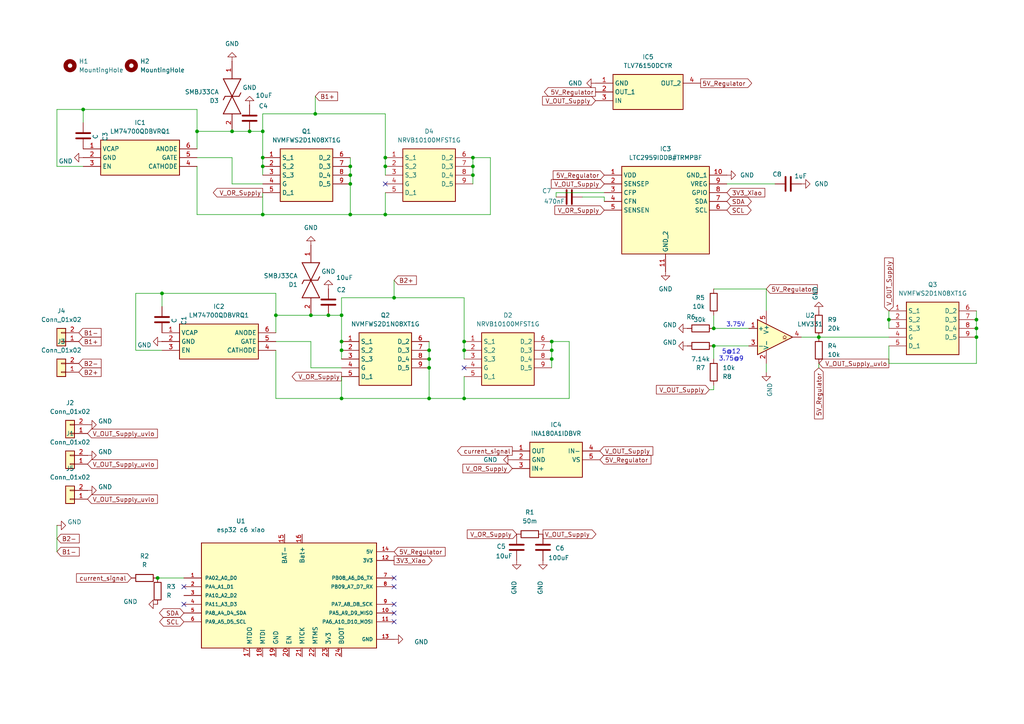
<source format=kicad_sch>
(kicad_sch (version 20231120) (generator "eeschema") (generator_version "8.0")
  (paper "A4")
  (lib_symbols
    (symbol "21xt_symbols:102010388" (pin_names (offset 1.016))
      (property "Reference" "U" (at -25.4 16.002 0))
      (property "Value" "102010388" (at -35.56 -17.78 0))
      (symbol "102010388_0_0"
        (rectangle (start -25.4 15.24) (end 25.4 -15.24) (stroke (width 0.254)) (fill (type background)))
        (pin bidirectional line (at -30.48 5.08 0) (length 5.08) (name "PA02_A0_D0") (number "1"))
        (pin bidirectional line (at 30.48 -5.08 180) (length 5.08) (name "PA5_A9_D9_MISO") (number "10"))
        (pin bidirectional line (at 30.48 -7.62 180) (length 5.08) (name "PA6_A10_D10_MOSI") (number "11"))
        (pin power_in line (at 30.48 10.16 180) (length 5.08) (name "3V3") (number "12"))
        (pin power_in line (at 30.48 -12.7 180) (length 5.08) (name "GND") (number "13"))
        (pin power_in line (at 30.48 12.7 180) (length 5.08) (name "5V") (number "14"))
        (pin bidirectional line (at -30.48 2.54 0) (length 5.08) (name "PA4_A1_D1") (number "2"))
        (pin bidirectional line (at -30.48 0 0) (length 5.08) (name "PA10_A2_D2") (number "3"))
        (pin bidirectional line (at -30.48 -2.54 0) (length 5.08) (name "PA11_A3_D3") (number "4"))
        (pin bidirectional line (at -30.48 -5.08 0) (length 5.08) (name "PA8_A4_D4_SDA") (number "5"))
        (pin bidirectional line (at -30.48 -7.62 0) (length 5.08) (name "PA9_A5_D5_SCL") (number "6"))
        (pin bidirectional line (at 30.48 5.08 180) (length 5.08) (name "PB08_A6_D6_TX") (number "7"))
        (pin bidirectional line (at 30.48 2.54 180) (length 5.08) (name "PB09_A7_D7_RX") (number "8"))
        (pin bidirectional line (at 30.48 -2.54 180) (length 5.08) (name "PA7_A8_D8_SCK") (number "9"))
      )
      (symbol "102010388_1_1"
        (pin bidirectional line (at -1.27 17.78 270) (length 2.54) (name "BAT-") (number "15"))
        (pin bidirectional line (at 3.81 17.78 270) (length 2.54) (name "Bat+") (number "16"))
        (pin bidirectional line (at -11.43 -17.78 90) (length 2.54) (name "MTDO") (number "17"))
        (pin bidirectional line (at -7.62 -17.78 90) (length 2.54) (name "MTDI") (number "18"))
        (pin bidirectional line (at -3.81 -17.78 90) (length 2.54) (name "GND") (number "19"))
        (pin bidirectional line (at 0 -17.78 90) (length 2.54) (name "EN") (number "20"))
        (pin bidirectional line (at 3.81 -17.78 90) (length 2.54) (name "MTCK") (number "21"))
        (pin bidirectional line (at 7.62 -17.78 90) (length 2.54) (name "MTMS") (number "22"))
        (pin bidirectional line (at 11.43 -17.78 90) (length 2.54) (name "3v3") (number "23"))
        (pin bidirectional line (at 15.24 -17.78 90) (length 2.54) (name "BOOT") (number "24"))
      )
    )
    (symbol "21xt_symbols:INA180A1IDBVR"
      (property "Reference" "IC" (at 21.59 7.62 0))
      (property "Value" "INA180A1IDBVR" (at 21.59 5.08 0))
      (symbol "INA180A1IDBVR_1_1"
        (rectangle (start 5.08 2.54) (end 20.32 -7.62) (stroke (width 0.254)) (fill (type background)))
        (pin passive line (at 0 0 0) (length 5.08) (name "OUT") (number "1"))
        (pin passive line (at 0 -2.54 0) (length 5.08) (name "GND") (number "2"))
        (pin passive line (at 0 -5.08 0) (length 5.08) (name "IN+") (number "3"))
        (pin passive line (at 25.4 0 180) (length 5.08) (name "IN-") (number "4"))
        (pin passive line (at 25.4 -2.54 180) (length 5.08) (name "VS") (number "5"))
      )
    )
    (symbol "21xt_symbols:LM74700QDBVRQ1"
      (property "Reference" "IC" (at 29.21 7.62 0))
      (property "Value" "LM74700QDBVRQ1" (at 29.21 5.08 0))
      (symbol "LM74700QDBVRQ1_1_1"
        (rectangle (start 5.08 2.54) (end 27.94 -7.62) (stroke (width 0.254)) (fill (type background)))
        (pin passive line (at 0 0 0) (length 5.08) (name "VCAP") (number "1"))
        (pin passive line (at 0 -2.54 0) (length 5.08) (name "GND") (number "2"))
        (pin passive line (at 0 -5.08 0) (length 5.08) (name "EN") (number "3"))
        (pin passive line (at 33.02 -5.08 180) (length 5.08) (name "CATHODE") (number "4"))
        (pin passive line (at 33.02 -2.54 180) (length 5.08) (name "GATE") (number "5"))
        (pin passive line (at 33.02 0 180) (length 5.08) (name "ANODE") (number "6"))
      )
    )
    (symbol "21xt_symbols:LTC2959IDDB#TRMPBF"
      (property "Reference" "IC" (at 31.75 7.62 0))
      (property "Value" "LTC2959IDDB#TRMPBF" (at 31.75 5.08 0))
      (symbol "LTC2959IDDB#TRMPBF_1_1"
        (rectangle (start 5.08 2.54) (end 30.48 -22.86) (stroke (width 0.254)) (fill (type background)))
        (pin passive line (at 0 0 0) (length 5.08) (name "VDD") (number "1"))
        (pin passive line (at 35.56 0 180) (length 5.08) (name "GND_1") (number "10"))
        (pin passive line (at 17.78 -27.94 90) (length 5.08) (name "GND_2") (number "11"))
        (pin passive line (at 0 -2.54 0) (length 5.08) (name "SENSEP") (number "2"))
        (pin passive line (at 0 -5.08 0) (length 5.08) (name "CFP") (number "3"))
        (pin passive line (at 0 -7.62 0) (length 5.08) (name "CFN") (number "4"))
        (pin passive line (at 0 -10.16 0) (length 5.08) (name "SENSEN") (number "5"))
        (pin passive line (at 35.56 -10.16 180) (length 5.08) (name "SCL") (number "6"))
        (pin passive line (at 35.56 -7.62 180) (length 5.08) (name "SDA") (number "7"))
        (pin passive line (at 35.56 -5.08 180) (length 5.08) (name "GPIO") (number "8"))
        (pin passive line (at 35.56 -2.54 180) (length 5.08) (name "VREG") (number "9"))
      )
    )
    (symbol "21xt_symbols:NRVB10100MFST1G"
      (property "Reference" "D" (at 21.59 7.62 0))
      (property "Value" "NRVB10100MFST1G" (at 21.59 5.08 0))
      (symbol "NRVB10100MFST1G_1_1"
        (rectangle (start 5.08 2.54) (end 20.32 -12.7) (stroke (width 0.254)) (fill (type background)))
        (pin passive line (at 0 0 0) (length 5.08) (name "S_1") (number "1"))
        (pin passive line (at 0 -2.54 0) (length 5.08) (name "S_2") (number "2"))
        (pin passive line (at 0 -5.08 0) (length 5.08) (name "S_3") (number "3"))
        (pin passive line (at 0 -7.62 0) (length 5.08) (name "G") (number "4"))
        (pin passive line (at 0 -10.16 0) (length 5.08) (name "D_1") (number "5"))
        (pin passive line (at 25.4 0 180) (length 5.08) (name "D_2") (number "6"))
        (pin passive line (at 25.4 -2.54 180) (length 5.08) (name "D_3") (number "7"))
        (pin passive line (at 25.4 -5.08 180) (length 5.08) (name "D_4") (number "8"))
        (pin passive line (at 25.4 -7.62 180) (length 5.08) (name "D_5") (number "9"))
      )
    )
    (symbol "21xt_symbols:NVMFWS2D1N08XT1G"
      (property "Reference" "Q" (at 21.59 7.62 0))
      (property "Value" "NVMFWS2D1N08XT1G" (at 21.59 5.08 0))
      (symbol "NVMFWS2D1N08XT1G_1_1"
        (rectangle (start 5.08 2.54) (end 20.32 -12.7) (stroke (width 0.254)) (fill (type background)))
        (pin passive line (at 0 0 0) (length 5.08) (name "S_1") (number "1"))
        (pin passive line (at 0 -2.54 0) (length 5.08) (name "S_2") (number "2"))
        (pin passive line (at 0 -5.08 0) (length 5.08) (name "S_3") (number "3"))
        (pin passive line (at 0 -7.62 0) (length 5.08) (name "G") (number "4"))
        (pin passive line (at 0 -10.16 0) (length 5.08) (name "D_1") (number "5"))
        (pin passive line (at 25.4 0 180) (length 5.08) (name "D_2") (number "6"))
        (pin passive line (at 25.4 -2.54 180) (length 5.08) (name "D_3") (number "7"))
        (pin passive line (at 25.4 -5.08 180) (length 5.08) (name "D_4") (number "8"))
        (pin passive line (at 25.4 -7.62 180) (length 5.08) (name "D_5") (number "9"))
      )
    )
    (symbol "21xt_symbols:SMBJ33CA" (pin_names hide)
      (property "Reference" "D" (at 12.7 8.89 0))
      (property "Value" "SMBJ33CA" (at 12.7 6.35 0))
      (symbol "SMBJ33CA_1_1"
        (polyline (pts (xy 5.08 2.54) (xy 5.08 -2.54)) (stroke (width 0.254)))
        (polyline (pts (xy 5.08 2.54) (xy 10.16 0)) (stroke (width 0.254)))
        (polyline (pts (xy 9.144 2.54) (xy 10.16 2.032)) (stroke (width 0.254)))
        (polyline (pts (xy 10.16 -2.032) (xy 10.16 2.032)) (stroke (width 0.254)))
        (polyline (pts (xy 10.16 -2.032) (xy 11.176 -2.54)) (stroke (width 0.254)))
        (polyline (pts (xy 10.16 0) (xy 5.08 -2.54)) (stroke (width 0.254)))
        (polyline (pts (xy 10.16 0) (xy 15.24 -2.54)) (stroke (width 0.254)))
        (polyline (pts (xy 15.24 2.54) (xy 10.16 0)) (stroke (width 0.254)))
        (polyline (pts (xy 15.24 2.54) (xy 15.24 -2.54)) (stroke (width 0.254)))
        (pin passive line (at 0 0 0) (length 5.08) (name "1") (number "1"))
        (pin passive line (at 20.32 0 180) (length 5.08) (name "2") (number "2"))
      )
    )
    (symbol "21xt_symbols:TLV76150DCYR"
      (property "Reference" "IC" (at 26.67 7.62 0))
      (property "Value" "TLV76150DCYR" (at 26.67 5.08 0))
      (symbol "TLV76150DCYR_1_1"
        (rectangle (start 5.08 2.54) (end 25.4 -7.62) (stroke (width 0.254)) (fill (type background)))
        (pin passive line (at 0 0 0) (length 5.08) (name "GND") (number "1"))
        (pin passive line (at 0 -2.54 0) (length 5.08) (name "OUT_1") (number "2"))
        (pin passive line (at 0 -5.08 0) (length 5.08) (name "IN") (number "3"))
        (pin passive line (at 30.48 0 180) (length 5.08) (name "OUT_2") (number "4"))
      )
    )
    (symbol "Comparator:LMV331" (pin_names (offset 0.127))
      (property "Reference" "U" (at 1.27 5.08 0))
      (property "Value" "LMV331" (at 3.81 -5.08 0))
      (symbol "LMV331_0_1"
        (polyline (pts (xy -5.08 5.08) (xy 5.08 0) (xy -5.08 -5.08) (xy -5.08 5.08)) (stroke (width 0.254)) (fill (type background)))
        (polyline (pts (xy 3.302 -0.508) (xy 2.794 -0.508) (xy 3.302 0) (xy 2.794 0.508) (xy 2.286 0) (xy 2.794 -0.508) (xy 2.286 -0.508)) (stroke (width 0.127)))
      )
      (symbol "LMV331_1_1"
        (pin input line (at -7.62 2.54 0) (length 2.54) (name "+") (number "1"))
        (pin power_in line (at -2.54 -7.62 90) (length 3.81) (name "V-") (number "2"))
        (pin input line (at -7.62 -2.54 0) (length 2.54) (name "-") (number "3"))
        (pin open_collector line (at 7.62 0 180) (length 2.54) (name "~") (number "4"))
        (pin power_in line (at -2.54 7.62 270) (length 3.81) (name "V+") (number "5"))
      )
    )
    (symbol "Connector_Generic:Conn_01x02" (pin_names (offset 1.016) hide)
      (property "Reference" "J" (at 0 2.54 0))
      (property "Value" "Conn_01x02" (at 0 -5.08 0))
      (symbol "Conn_01x02_1_1"
        (rectangle (start -1.27 -2.413) (end 0 -2.667) (stroke (width 0.1524)))
        (rectangle (start -1.27 0.127) (end 0 -0.127) (stroke (width 0.1524)))
        (rectangle (start -1.27 1.27) (end 1.27 -3.81) (stroke (width 0.254)) (fill (type background)))
        (pin passive line (at -5.08 0 0) (length 3.81) (name "Pin_1") (number "1"))
        (pin passive line (at -5.08 -2.54 0) (length 3.81) (name "Pin_2") (number "2"))
      )
    )
    (symbol "Device:C" (pin_numbers hide) (pin_names (offset 0.254))
      (property "Reference" "C" (at 0.635 2.54 0))
      (property "Value" "C" (at 0.635 -2.54 0))
      (symbol "C_0_1"
        (polyline (pts (xy -2.032 -0.762) (xy 2.032 -0.762)) (stroke (width 0.508)))
        (polyline (pts (xy -2.032 0.762) (xy 2.032 0.762)) (stroke (width 0.508)))
      )
      (symbol "C_1_1"
        (pin passive line (at 0 3.81 270) (length 2.794) (name "~") (number "1"))
        (pin passive line (at 0 -3.81 90) (length 2.794) (name "~") (number "2"))
      )
    )
    (symbol "Device:R" (pin_numbers hide) (pin_names (offset 0))
      (property "Reference" "R" (at 2.032 0 90))
      (property "Value" "R" (at 0 0 90))
      (symbol "R_0_1"
        (rectangle (start -1.016 -2.54) (end 1.016 2.54) (stroke (width 0.254)))
      )
      (symbol "R_1_1"
        (pin passive line (at 0 3.81 270) (length 1.27) (name "~") (number "1"))
        (pin passive line (at 0 -3.81 90) (length 1.27) (name "~") (number "2"))
      )
    )
    (symbol "Mechanical:MountingHole" (pin_names (offset 1.016)) (exclude_from_sim yes) (in_bom no)
      (property "Reference" "H" (at 0 5.08 0))
      (property "Value" "MountingHole" (at 0 3.175 0))
      (symbol "MountingHole_0_1"
        (circle (center 0 0) (radius 1.27) (stroke (width 1.27)))
      )
    )
    (symbol "power:GND" (power) (pin_numbers hide) (pin_names (offset 0) hide)
      (property "Value" "GND" (at 0 -3.81 0))
      (symbol "GND_0_1"
        (polyline (pts (xy 0 0) (xy 0 -1.27) (xy 1.27 -1.27) (xy 0 -2.54) (xy -1.27 -1.27) (xy 0 -1.27)))
      )
      (symbol "GND_1_1"
        (pin power_in line (at 0 0 270) (length 0) (name "~") (number "1"))
      )
    )
  )
  (junction (at 101.6 62.23))
  (junction (at 46.99 85.09))
  (junction (at 114.3 86.36))
  (junction (at 99.06 101.6))
  (junction (at 99.06 115.57))
  (junction (at 283.21 95.25))
  (junction (at 134.62 99.06))
  (junction (at 80.01 91.44))
  (junction (at 99.06 99.06))
  (junction (at 160.02 104.14))
  (junction (at 207.01 100.33))
  (junction (at 257.81 92.71))
  (junction (at 76.2 45.72))
  (junction (at 76.2 62.23))
  (junction (at 95.25 91.44))
  (junction (at 207.01 95.25))
  (junction (at 111.76 45.72))
  (junction (at 283.21 92.71))
  (junction (at 111.76 48.26))
  (junction (at 67.31 38.1))
  (junction (at 101.6 53.34))
  (junction (at 45.72 167.64))
  (junction (at 124.46 106.68))
  (junction (at 24.13 31.75))
  (junction (at 124.46 115.57))
  (junction (at 99.06 91.44))
  (junction (at 160.02 101.6))
  (junction (at 124.46 104.14))
  (junction (at 111.76 62.23))
  (junction (at 134.62 101.6))
  (junction (at 237.49 97.79))
  (junction (at 76.2 48.26))
  (junction (at 137.16 50.8))
  (junction (at 91.44 33.02))
  (junction (at 76.2 38.1))
  (junction (at 124.46 101.6))
  (junction (at 101.6 48.26))
  (junction (at 57.15 38.1))
  (junction (at 283.21 97.79))
  (junction (at 72.39 38.1))
  (junction (at 137.16 48.26))
  (junction (at 137.16 45.72))
  (junction (at 101.6 50.8))
  (junction (at 90.17 91.44))
  (junction (at 160.02 99.06))
  (junction (at 134.62 115.57))
  (no_connect (at 114.3 167.64))
  (no_connect (at 114.3 177.8))
  (no_connect (at 134.62 106.68))
  (no_connect (at 114.3 180.34))
  (no_connect (at 114.3 170.18))
  (no_connect (at 53.34 175.26))
  (no_connect (at 53.34 170.18))
  (no_connect (at 114.3 175.26))
  (no_connect (at 111.76 53.34))
  (wire (pts (xy 237.49 97.79) (xy 257.81 97.79)))
  (wire (pts (xy 111.76 62.23) (xy 111.76 55.88)))
  (wire (pts (xy 134.62 115.57) (xy 134.62 109.22)))
  (wire (pts (xy 67.31 38.1) (xy 72.39 38.1)))
  (wire (pts (xy 80.01 91.44) (xy 80.01 96.52)))
  (wire (pts (xy 114.3 81.28) (xy 114.3 86.36)))
  (wire (pts (xy 101.6 53.34) (xy 101.6 62.23)))
  (wire (pts (xy 57.15 31.75) (xy 24.13 31.75)))
  (wire (pts (xy 283.21 97.79) (xy 283.21 95.25)))
  (wire (pts (xy 57.15 31.75) (xy 57.15 38.1)))
  (wire (pts (xy 80.01 115.57) (xy 99.06 115.57)))
  (wire (pts (xy 237.49 105.41) (xy 237.49 106.68)))
  (wire (pts (xy 175.26 57.15) (xy 175.26 58.42)))
  (wire (pts (xy 124.46 106.68) (xy 124.46 115.57)))
  (wire (pts (xy 57.15 62.23) (xy 76.2 62.23)))
  (wire (pts (xy 90.17 91.44) (xy 95.25 91.44)))
  (wire (pts (xy 76.2 45.72) (xy 76.2 48.26)))
  (wire (pts (xy 57.15 45.72) (xy 67.31 45.72)))
  (wire (pts (xy 134.62 115.57) (xy 165.1 115.57)))
  (wire (pts (xy 165.1 99.06) (xy 160.02 99.06)))
  (wire (pts (xy 76.2 48.26) (xy 76.2 50.8)))
  (wire (pts (xy 114.3 86.36) (xy 134.62 86.36)))
  (wire (pts (xy 142.24 45.72) (xy 137.16 45.72)))
  (wire (pts (xy 165.1 115.57) (xy 165.1 99.06)))
  (wire (pts (xy 111.76 62.23) (xy 142.24 62.23)))
  (wire (pts (xy 80.01 85.09) (xy 80.01 91.44)))
  (wire (pts (xy 207.01 100.33) (xy 217.17 100.33)))
  (wire (pts (xy 90.17 99.06) (xy 90.17 106.68)))
  (wire (pts (xy 207.01 83.82) (xy 222.25 83.82)))
  (wire (pts (xy 99.06 109.22) (xy 99.06 115.57)))
  (wire (pts (xy 90.17 106.68) (xy 99.06 106.68)))
  (wire (pts (xy 137.16 50.8) (xy 137.16 53.34)))
  (wire (pts (xy 160.02 104.14) (xy 160.02 106.68)))
  (wire (pts (xy 257.81 105.41) (xy 283.21 105.41)))
  (wire (pts (xy 99.06 86.36) (xy 114.3 86.36)))
  (wire (pts (xy 205.74 113.03) (xy 207.01 113.03)))
  (wire (pts (xy 57.15 48.26) (xy 57.15 62.23)))
  (wire (pts (xy 67.31 38.1) (xy 57.15 38.1)))
  (wire (pts (xy 207.01 104.14) (xy 207.01 100.33)))
  (wire (pts (xy 76.2 38.1) (xy 76.2 45.72)))
  (wire (pts (xy 210.82 53.34) (xy 224.79 53.34)))
  (wire (pts (xy 99.06 99.06) (xy 99.06 101.6)))
  (wire (pts (xy 16.51 152.4) (xy 16.51 160.02)))
  (wire (pts (xy 99.06 115.57) (xy 124.46 115.57)))
  (wire (pts (xy 99.06 101.6) (xy 99.06 104.14)))
  (wire (pts (xy 207.01 113.03) (xy 207.01 111.76)))
  (wire (pts (xy 161.29 57.15) (xy 161.29 55.88)))
  (wire (pts (xy 76.2 38.1) (xy 72.39 38.1)))
  (wire (pts (xy 134.62 101.6) (xy 134.62 104.14)))
  (wire (pts (xy 101.6 45.72) (xy 101.6 48.26)))
  (wire (pts (xy 67.31 45.72) (xy 67.31 53.34)))
  (wire (pts (xy 137.16 45.72) (xy 137.16 48.26)))
  (wire (pts (xy 67.31 53.34) (xy 76.2 53.34)))
  (wire (pts (xy 111.76 45.72) (xy 111.76 48.26)))
  (wire (pts (xy 99.06 91.44) (xy 99.06 99.06)))
  (wire (pts (xy 45.72 167.64) (xy 53.34 167.64)))
  (wire (pts (xy 76.2 62.23) (xy 101.6 62.23)))
  (wire (pts (xy 160.02 99.06) (xy 160.02 101.6)))
  (wire (pts (xy 99.06 91.44) (xy 99.06 86.36)))
  (wire (pts (xy 90.17 91.44) (xy 80.01 91.44)))
  (wire (pts (xy 46.99 85.09) (xy 39.37 85.09)))
  (wire (pts (xy 207.01 95.25) (xy 217.17 95.25)))
  (wire (pts (xy 16.51 31.75) (xy 16.51 48.26)))
  (wire (pts (xy 91.44 27.94) (xy 91.44 33.02)))
  (wire (pts (xy 76.2 55.88) (xy 76.2 62.23)))
  (wire (pts (xy 111.76 33.02) (xy 111.76 45.72)))
  (wire (pts (xy 124.46 99.06) (xy 124.46 101.6)))
  (wire (pts (xy 207.01 91.44) (xy 207.01 95.25)))
  (wire (pts (xy 111.76 48.26) (xy 111.76 50.8)))
  (wire (pts (xy 76.2 38.1) (xy 76.2 33.02)))
  (wire (pts (xy 232.41 97.79) (xy 237.49 97.79)))
  (wire (pts (xy 57.15 38.1) (xy 57.15 43.18)))
  (wire (pts (xy 99.06 91.44) (xy 95.25 91.44)))
  (wire (pts (xy 101.6 50.8) (xy 101.6 53.34)))
  (wire (pts (xy 101.6 62.23) (xy 111.76 62.23)))
  (wire (pts (xy 46.99 85.09) (xy 46.99 88.9)))
  (wire (pts (xy 80.01 85.09) (xy 46.99 85.09)))
  (wire (pts (xy 134.62 99.06) (xy 134.62 101.6)))
  (wire (pts (xy 124.46 101.6) (xy 124.46 104.14)))
  (wire (pts (xy 39.37 101.6) (xy 46.99 101.6)))
  (wire (pts (xy 91.44 33.02) (xy 111.76 33.02)))
  (wire (pts (xy 16.51 48.26) (xy 24.13 48.26)))
  (wire (pts (xy 124.46 104.14) (xy 124.46 106.68)))
  (wire (pts (xy 160.02 101.6) (xy 160.02 104.14)))
  (wire (pts (xy 80.01 99.06) (xy 90.17 99.06)))
  (wire (pts (xy 39.37 85.09) (xy 39.37 101.6)))
  (wire (pts (xy 137.16 48.26) (xy 137.16 50.8)))
  (wire (pts (xy 283.21 95.25) (xy 283.21 92.71)))
  (wire (pts (xy 257.81 90.17) (xy 257.81 92.71)))
  (wire (pts (xy 24.13 31.75) (xy 24.13 35.56)))
  (wire (pts (xy 222.25 107.95) (xy 222.25 105.41)))
  (wire (pts (xy 257.81 92.71) (xy 257.81 95.25)))
  (wire (pts (xy 257.81 100.33) (xy 257.81 105.41)))
  (wire (pts (xy 76.2 33.02) (xy 91.44 33.02)))
  (wire (pts (xy 101.6 48.26) (xy 101.6 50.8)))
  (wire (pts (xy 283.21 105.41) (xy 283.21 97.79)))
  (wire (pts (xy 283.21 92.71) (xy 283.21 90.17)))
  (wire (pts (xy 80.01 101.6) (xy 80.01 115.57)))
  (wire (pts (xy 222.25 83.82) (xy 222.25 90.17)))
  (wire (pts (xy 134.62 86.36) (xy 134.62 99.06)))
  (wire (pts (xy 24.13 31.75) (xy 16.51 31.75)))
  (wire (pts (xy 161.29 55.88) (xy 175.26 55.88)))
  (wire (pts (xy 168.91 57.15) (xy 175.26 57.15)))
  (wire (pts (xy 142.24 62.23) (xy 142.24 45.72)))
  (wire (pts (xy 124.46 115.57) (xy 134.62 115.57)))
  (text "5@12\n3.75@9" (at 212.09 103.124 0) (effects (font (size 1.27 1.27))))
  (text "3.75V" (at 213.36 94.234 0) (effects (font (size 1.27 1.27))))
  (global_label "5V_Regulator" (shape input) (at 173.99 133.35 0) (property "Intersheetrefs" "${INTERSHEET_REFS}" (effects (hide yes))))
  (global_label "B2-" (shape input) (at 22.86 105.41 0) (property "Intersheetrefs" "${INTERSHEET_REFS}" (effects (hide yes))))
  (global_label "V_OR_Supply" (shape input) (at 149.86 154.94 180) (property "Intersheetrefs" "${INTERSHEET_REFS}" (effects (hide yes))))
  (global_label "SCL" (shape bidirectional) (at 53.34 180.34 180) (property "Intersheetrefs" "${INTERSHEET_REFS}" (effects (hide yes))))
  (global_label "V_OUT_Supply_uvlo" (shape input) (at 25.4 134.62 0) (property "Intersheetrefs" "${INTERSHEET_REFS}" (effects (hide yes))))
  (global_label "V_OUT_Supply" (shape input) (at 173.99 130.81 0) (property "Intersheetrefs" "${INTERSHEET_REFS}" (effects (hide yes))))
  (global_label "B1+" (shape input) (at 22.86 99.06 0) (property "Intersheetrefs" "${INTERSHEET_REFS}" (effects (hide yes))))
  (global_label "V_OUT_Supply_uvlo" (shape input) (at 25.4 125.73 0) (property "Intersheetrefs" "${INTERSHEET_REFS}" (effects (hide yes))))
  (global_label "V_OR_Supply" (shape output) (at 99.06 109.22 180) (property "Intersheetrefs" "${INTERSHEET_REFS}" (effects (hide yes))))
  (global_label "5V_Regulator" (shape input) (at 175.26 50.8 180) (property "Intersheetrefs" "${INTERSHEET_REFS}" (effects (hide yes))))
  (global_label "V_OUT_Supply_uvlo" (shape input) (at 25.4 144.78 0) (property "Intersheetrefs" "${INTERSHEET_REFS}" (effects (hide yes))))
  (global_label "B1-" (shape input) (at 22.86 96.52 0) (property "Intersheetrefs" "${INTERSHEET_REFS}" (effects (hide yes))))
  (global_label "current_signal" (shape input) (at 38.1 167.64 180) (property "Intersheetrefs" "${INTERSHEET_REFS}" (effects (hide yes))))
  (global_label "V_OR_Supply" (shape input) (at 148.59 135.89 180) (property "Intersheetrefs" "${INTERSHEET_REFS}" (effects (hide yes))))
  (global_label "SDA" (shape bidirectional) (at 53.34 177.8 180) (property "Intersheetrefs" "${INTERSHEET_REFS}" (effects (hide yes))))
  (global_label "5V_Regulator" (shape output) (at 203.2 24.13 0) (property "Intersheetrefs" "${INTERSHEET_REFS}" (effects (hide yes))))
  (global_label "current_signal" (shape output) (at 148.59 130.81 180) (property "Intersheetrefs" "${INTERSHEET_REFS}" (effects (hide yes))))
  (global_label "3V3_Xiao" (shape output) (at 114.3 162.56 0) (property "Intersheetrefs" "${INTERSHEET_REFS}" (effects (hide yes))))
  (global_label "V_OUT_Supply" (shape input) (at 257.81 90.17 90) (property "Intersheetrefs" "${INTERSHEET_REFS}" (effects (hide yes))))
  (global_label "5V_Regulator" (shape input) (at 114.3 160.02 0) (property "Intersheetrefs" "${INTERSHEET_REFS}" (effects (hide yes))))
  (global_label "5V_Regulator" (shape input) (at 237.49 106.68 270) (property "Intersheetrefs" "${INTERSHEET_REFS}" (effects (hide yes))))
  (global_label "B1-" (shape input) (at 16.51 160.02 0) (property "Intersheetrefs" "${INTERSHEET_REFS}" (effects (hide yes))))
  (global_label "3V3_Xiao" (shape input) (at 210.82 55.88 0) (property "Intersheetrefs" "${INTERSHEET_REFS}" (effects (hide yes))))
  (global_label "SDA" (shape bidirectional) (at 210.82 58.42 0) (property "Intersheetrefs" "${INTERSHEET_REFS}" (effects (hide yes))))
  (global_label "V_OR_Supply" (shape output) (at 76.2 55.88 180) (property "Intersheetrefs" "${INTERSHEET_REFS}" (effects (hide yes))))
  (global_label "B1+" (shape input) (at 91.44 27.94 0) (property "Intersheetrefs" "${INTERSHEET_REFS}" (effects (hide yes))))
  (global_label "5V_Regulator" (shape output) (at 172.72 26.67 180) (property "Intersheetrefs" "${INTERSHEET_REFS}" (effects (hide yes))))
  (global_label "V_OUT_Supply_uvlo" (shape output) (at 257.81 105.41 180) (property "Intersheetrefs" "${INTERSHEET_REFS}" (effects (hide yes))))
  (global_label "V_OUT_Supply" (shape input) (at 205.74 113.03 180) (property "Intersheetrefs" "${INTERSHEET_REFS}" (effects (hide yes))))
  (global_label "B2-" (shape input) (at 16.51 156.21 0) (property "Intersheetrefs" "${INTERSHEET_REFS}" (effects (hide yes))))
  (global_label "5V_Regulator" (shape input) (at 222.25 83.82 0) (property "Intersheetrefs" "${INTERSHEET_REFS}" (effects (hide yes))))
  (global_label "V_OUT_Supply" (shape input) (at 175.26 53.34 180) (property "Intersheetrefs" "${INTERSHEET_REFS}" (effects (hide yes))))
  (global_label "V_OUT_Supply" (shape output) (at 157.48 154.94 0) (property "Intersheetrefs" "${INTERSHEET_REFS}" (effects (hide yes))))
  (global_label "B2+" (shape input) (at 22.86 107.95 0) (property "Intersheetrefs" "${INTERSHEET_REFS}" (effects (hide yes))))
  (global_label "B2+" (shape input) (at 114.3 81.28 0) (property "Intersheetrefs" "${INTERSHEET_REFS}" (effects (hide yes))))
  (global_label "V_OR_Supply" (shape input) (at 175.26 60.96 180) (property "Intersheetrefs" "${INTERSHEET_REFS}" (effects (hide yes))))
  (global_label "SCL" (shape bidirectional) (at 210.82 60.96 0) (property "Intersheetrefs" "${INTERSHEET_REFS}" (effects (hide yes))))
  (global_label "V_OUT_Supply" (shape input) (at 172.72 29.21 180) (property "Intersheetrefs" "${INTERSHEET_REFS}" (effects (hide yes))))
  (symbol (lib_id "Connector_Generic:Conn_01x02") (at 17.78 99.06 180) (unit 1)
    (property "Reference" "J4" (at 17.78 90.17 0))
    (property "Value" "Conn_01x02" (at 17.78 92.71 0))
    (property "Footprint" "21xt_footprints:Deans Connector Male" (effects (hide yes)))
    (property "Description" "Generic connector, single row, 01x02, script generated (kicad-library-utils/schlib/autogen/connector/)" (effects (hide yes)))
  )
  (symbol (lib_id "power:GND") (at 149.86 162.56 0) (unit 1)
    (property "Reference" "#PWR011" (effects (hide yes)))
    (property "Value" "GND" (at 149.098 168.402 90) (effects (justify right)))
    (property "Description" "Power symbol creates a global label with name \"GND\" , ground" (effects (hide yes)))
  )
  (symbol (lib_id "power:GND") (at 210.82 50.8 90) (unit 1)
    (property "Reference" "#PWR06" (effects (hide yes)))
    (property "Value" "GND" (at 214.63 50.7999 90) (effects (justify right)))
    (property "Description" "Power symbol creates a global label with name \"GND\" , ground" (effects (hide yes)))
  )
  (symbol (lib_id "Device:R") (at 207.01 87.63 0) (mirror x) (unit 1)
    (property "Reference" "R5" (at 204.47 86.3599 0) (effects (justify right)))
    (property "Value" "10k" (at 204.47 88.8999 0) (effects (justify right)))
    (property "Footprint" "Resistor_SMD:R_0402_1005Metric" (effects (hide yes)))
    (property "Description" "Resistor" (effects (hide yes)))
  )
  (symbol (lib_id "21xt_symbols:LM74700QDBVRQ1") (at 46.99 96.52 0) (unit 1)
    (property "Reference" "IC2" (at 63.5 88.9 0))
    (property "Value" "LM74700QDBVRQ1" (at 63.5 91.44 0))
    (property "Footprint" "21xt_footprints:LM74700QDBVRQ1" (effects (hide yes)))
    (property "Datasheet" "http://www.ti.com/lit/gpn/LM74700-Q1" (effects (hide yes)))
    (property "Description" "Low Iq, ideal diode controller" (effects (hide yes)))
    (property "Height" "1.45" (effects (hide yes)))
    (property "Mouser Part Number" "595-LM74700QDBVRQ1" (effects (hide yes)))
    (property "Mouser Price/Stock" "https://www.mouser.co.uk/ProductDetail/Texas-Instruments/LM74700QDBVRQ1?qs=j%252B1pi9TdxUYjAZhGV8eSkQ%3D%3D" (effects (hide yes)))
    (property "Manufacturer_Name" "Texas Instruments" (effects (hide yes)))
    (property "Manufacturer_Part_Number" "LM74700QDBVRQ1" (effects (hide yes)))
  )
  (symbol (lib_id "Device:C") (at 95.25 87.63 0) (unit 1)
    (property "Reference" "C2" (at 100.33 84.074 0) (effects (justify right)))
    (property "Value" "10uF" (at 102.362 80.518 0) (effects (justify right)))
    (property "Footprint" "Capacitor_SMD:C_0402_1005Metric" (effects (hide yes)))
    (property "Description" "Unpolarized capacitor" (effects (hide yes)))
  )
  (symbol (lib_id "Device:R") (at 153.67 154.94 90) (unit 1)
    (property "Reference" "R1" (at 153.67 148.59 90))
    (property "Value" "50m" (at 153.67 151.13 90))
    (property "Footprint" "hi:RESC_WSHM2818R0150FEA" (effects (hide yes)))
    (property "Description" "Resistor" (effects (hide yes)))
  )
  (symbol (lib_id "21xt_symbols:INA180A1IDBVR") (at 148.59 130.81 0) (unit 1)
    (property "Reference" "IC4" (at 161.29 123.19 0))
    (property "Value" "INA180A1IDBVR" (at 161.29 125.73 0))
    (property "Footprint" "21xt_footprints:INA180A1IDBVR" (effects (hide yes)))
    (property "Datasheet" "http://www.ti.com/general/docs/suppproductinfo.tsp?distId=10&gotoUrl=http%3A%2F%2Fwww.ti.com%2Flit%2Fgpn%2Fina180" (effects (hide yes)))
    (property "Description" "26-V, low-/high-side, voltage output current sense amplifier" (effects (hide yes)))
    (property "Height" "1.45" (effects (hide yes)))
    (property "Mouser Part Number" "595-INA180A1IDBVR" (effects (hide yes)))
    (property "Mouser Price/Stock" "https://www.mouser.co.uk/ProductDetail/Texas-Instruments/INA180A1IDBVR?qs=5aG0NVq1C4wnkaOukGk95A%3D%3D" (effects (hide yes)))
    (property "Manufacturer_Name" "Texas Instruments" (effects (hide yes)))
    (property "Manufacturer_Part_Number" "INA180A1IDBVR" (effects (hide yes)))
  )
  (symbol (lib_id "Device:C") (at 46.99 92.71 0) (unit 1)
    (property "Reference" "C1" (at 53.34 92.964 90))
    (property "Value" "C" (at 50.546 92.964 90))
    (property "Footprint" "Capacitor_SMD:C_0402_1005Metric" (effects (hide yes)))
    (property "Description" "Unpolarized capacitor" (effects (hide yes)))
  )
  (symbol (lib_id "Device:C") (at 72.39 34.29 0) (unit 1)
    (property "Reference" "C4" (at 77.724 30.734 0) (effects (justify right)))
    (property "Value" "10uF" (at 78.994 27.686 0) (effects (justify right)))
    (property "Footprint" "Capacitor_SMD:C_0402_1005Metric" (effects (hide yes)))
    (property "Description" "Unpolarized capacitor" (effects (hide yes)))
  )
  (symbol (lib_id "21xt_symbols:NVMFWS2D1N08XT1G") (at 257.81 90.17 0) (unit 1)
    (property "Reference" "Q3" (at 270.51 82.55 0))
    (property "Value" "NVMFWS2D1N08XT1G" (at 270.51 85.09 0))
    (property "Footprint" "21xt_footprints:NTMFWS1D5N08XT1G" (effects (hide yes)))
    (property "Datasheet" "https://www.onsemi.com/pub/Collateral/NVMFWS2D1N08X-D.PDF" (effects (hide yes)))
    (property "Description" "Small Footprint (5x6 mm); Low RDS(on); Low QG and Capacitance; NVMFWS1D5N08X  Wettable Flank Option; AECQ101 Qualified and PPAP Capable; RoHS Compliant" (effects (hide yes)))
    (property "Height" "1.1" (effects (hide yes)))
    (property "Mouser Part Number" "863-NVMFWS2D1N08XT1G" (effects (hide yes)))
    (property "Mouser Price/Stock" "https://www.mouser.co.uk/ProductDetail/onsemi/NVMFWS2D1N08XT1G?qs=i8QVZAFTkqTo%252BUrYrSSJBQ%3D%3D" (effects (hide yes)))
    (property "Manufacturer_Name" "onsemi" (effects (hide yes)))
    (property "Manufacturer_Part_Number" "NVMFWS2D1N08XT1G" (effects (hide yes)))
  )
  (symbol (lib_id "power:GND") (at 72.39 30.48 180) (unit 1)
    (property "Reference" "#PWR010" (effects (hide yes)))
    (property "Value" "GND" (at 72.39 25.4 0))
    (property "Description" "Power symbol creates a global label with name \"GND\" , ground" (effects (hide yes)))
  )
  (symbol (lib_id "power:GND") (at 199.39 95.25 270) (mirror x) (unit 1)
    (property "Reference" "#PWR020" (effects (hide yes)))
    (property "Value" "GND" (at 196.342 94.234 90) (effects (justify right)))
    (property "Description" "Power symbol creates a global label with name \"GND\" , ground" (effects (hide yes)))
  )
  (symbol (lib_id "Connector_Generic:Conn_01x02") (at 17.78 107.95 180) (unit 1)
    (property "Reference" "J3" (at 17.78 99.06 0))
    (property "Value" "Conn_01x02" (at 17.78 101.6 0))
    (property "Footprint" "21xt_footprints:Deans Connector Male" (effects (hide yes)))
    (property "Description" "Generic connector, single row, 01x02, script generated (kicad-library-utils/schlib/autogen/connector/)" (effects (hide yes)))
  )
  (symbol (lib_id "Device:C") (at 165.1 57.15 90) (unit 1)
    (property "Reference" "C7" (at 157.226 55.372 90) (effects (justify right)))
    (property "Value" "470nF" (at 157.734 58.42 90) (effects (justify right)))
    (property "Footprint" "Capacitor_SMD:C_0402_1005Metric" (effects (hide yes)))
    (property "Description" "Unpolarized capacitor" (effects (hide yes)))
  )
  (symbol (lib_id "Device:R") (at 203.2 95.25 90) (mirror x) (unit 1)
    (property "Reference" "R6" (at 200.406 91.948 90))
    (property "Value" "30k" (at 202.946 92.71 90))
    (property "Footprint" "Resistor_SMD:R_0402_1005Metric" (effects (hide yes)))
    (property "Description" "Resistor" (effects (hide yes)))
  )
  (symbol (lib_id "power:GND") (at 232.41 53.34 90) (unit 1)
    (property "Reference" "#PWR014" (effects (hide yes)))
    (property "Value" "GND" (at 236.22 53.3399 90) (effects (justify right)))
    (property "Description" "Power symbol creates a global label with name \"GND\" , ground" (effects (hide yes)))
  )
  (symbol (lib_id "power:GND") (at 172.72 24.13 270) (unit 1)
    (property "Reference" "#PWR08" (effects (hide yes)))
    (property "Value" "GND" (at 168.91 24.1299 90) (effects (justify right)))
    (property "Description" "Power symbol creates a global label with name \"GND\" , ground" (effects (hide yes)))
  )
  (symbol (lib_id "power:GND") (at 237.49 90.17 180) (unit 1)
    (property "Reference" "#PWR024" (effects (hide yes)))
    (property "Value" "GND" (at 236.474 87.122 90) (effects (justify right)))
    (property "Description" "Power symbol creates a global label with name \"GND\" , ground" (effects (hide yes)))
  )
  (symbol (lib_id "21xt_symbols:NRVB10100MFST1G") (at 111.76 45.72 0) (unit 1)
    (property "Reference" "D4" (at 124.46 38.1 0))
    (property "Value" "NRVB10100MFST1G" (at 124.46 40.64 0))
    (property "Footprint" "21xt_footprints:NRVTS10100EMFST1G" (effects (hide yes)))
    (property "Datasheet" "https://www.onsemi.com/pub/Collateral/MBR10100MFS-D.PDF" (effects (hide yes)))
    (property "Description" "Low Power Loss / High Efficiency; New Package Provides Capability of Inspection and Probe After Board Mounting; Guardring for Stress Protection; Low Forward Voltage Drop; 175C Operating Junction Temperature; Wettable Flacks Option Available; NRVB Prefix for Automotive and Other Applications Requiring Unique Site and Control Change Requirements; AECQ101 Qualified and PPAP Capable; These are PbFree Devices" (effects (hide yes)))
    (property "Height" "1.1" (effects (hide yes)))
    (property "Mouser Part Number" "863-NRVB10100MFST1G" (effects (hide yes)))
    (property "Mouser Price/Stock" "https://www.mouser.co.uk/ProductDetail/ON-Semiconductor/NRVB10100MFST1G?qs=l5F7KFZg3O4lNNhz0h6qOQ%3D%3D" (effects (hide yes)))
    (property "Manufacturer_Name" "onsemi" (effects (hide yes)))
    (property "Manufacturer_Part_Number" "NRVB10100MFST1G" (effects (hide yes)))
  )
  (symbol (lib_id "power:GND") (at 95.25 83.82 180) (unit 1)
    (property "Reference" "#PWR09" (effects (hide yes)))
    (property "Value" "GND" (at 95.25 78.74 0))
    (property "Description" "Power symbol creates a global label with name \"GND\" , ground" (effects (hide yes)))
  )
  (symbol (lib_id "power:GND") (at 25.4 123.19 90) (unit 1)
    (property "Reference" "#PWR015" (effects (hide yes)))
    (property "Value" "GND" (at 28.448 122.174 90) (effects (justify right)))
    (property "Description" "Power symbol creates a global label with name \"GND\" , ground" (effects (hide yes)))
  )
  (symbol (lib_id "power:GND") (at 25.4 132.08 90) (unit 1)
    (property "Reference" "#PWR018" (effects (hide yes)))
    (property "Value" "GND" (at 28.448 131.064 90) (effects (justify right)))
    (property "Description" "Power symbol creates a global label with name \"GND\" , ground" (effects (hide yes)))
  )
  (symbol (lib_id "21xt_symbols:LTC2959IDDB#TRMPBF") (at 175.26 50.8 0) (unit 1)
    (property "Reference" "IC3" (at 193.04 43.18 0))
    (property "Value" "LTC2959IDDB#TRMPBF" (at 193.04 45.72 0))
    (property "Footprint" "21xt_footprints:LTC2959IDDB#TRMPBF" (effects (hide yes)))
    (property "Datasheet" "https://www.analog.com/LTC2959/datasheet" (effects (hide yes)))
    (property "Description" "Ultra-Low Power Battery Gas Gauge" (effects (hide yes)))
    (property "Height" "0.8" (effects (hide yes)))
    (property "Mouser Part Number" "584-LTC2959IDDBTRMPB" (effects (hide yes)))
    (property "Mouser Price/Stock" "https://www.mouser.co.uk/ProductDetail/Analog-Devices/LTC2959IDDBTRMPBF?qs=pUKx8fyJudDXTmMT1kM1kQ%3D%3D" (effects (hide yes)))
    (property "Manufacturer_Name" "Analog Devices" (effects (hide yes)))
    (property "Manufacturer_Part_Number" "LTC2959IDDB#TRMPBF" (effects (hide yes)))
  )
  (symbol (lib_id "Connector_Generic:Conn_01x02") (at 20.32 125.73 180) (unit 1)
    (property "Reference" "J2" (at 20.32 116.84 0))
    (property "Value" "Conn_01x02" (at 20.32 119.38 0))
    (property "Footprint" "21xt_footprints:Deans Connector Female" (effects (hide yes)))
    (property "Description" "Generic connector, single row, 01x02, script generated (kicad-library-utils/schlib/autogen/connector/)" (effects (hide yes)))
  )
  (symbol (lib_id "power:GND") (at 67.31 17.78 180) (unit 1)
    (property "Reference" "#PWR04" (effects (hide yes)))
    (property "Value" "GND" (at 67.31 12.7 0))
    (property "Description" "Power symbol creates a global label with name \"GND\" , ground" (effects (hide yes)))
  )
  (symbol (lib_id "Device:C") (at 228.6 53.34 90) (unit 1)
    (property "Reference" "C8" (at 224.028 50.546 90) (effects (justify right)))
    (property "Value" "1uF" (at 230.378 51.054 90) (effects (justify right)))
    (property "Footprint" "Capacitor_SMD:C_0402_1005Metric" (effects (hide yes)))
    (property "Description" "Unpolarized capacitor" (effects (hide yes)))
  )
  (symbol (lib_id "Mechanical:MountingHole") (at 20.32 19.05 0) (unit 1) (exclude_from_sim yes) (in_bom no)
    (property "Reference" "H1" (at 22.86 17.7799 0) (effects (justify left)))
    (property "Value" "MountingHole" (at 22.86 20.3199 0) (effects (justify left)))
    (property "Footprint" "MountingHole:MountingHole_3.2mm_M3" (effects (hide yes)))
    (property "Description" "Mounting Hole without connection" (effects (hide yes)))
  )
  (symbol (lib_id "Device:C") (at 24.13 39.37 0) (unit 1)
    (property "Reference" "C3" (at 30.48 39.624 90))
    (property "Value" "C" (at 27.686 39.624 90))
    (property "Footprint" "Capacitor_SMD:C_0402_1005Metric" (effects (hide yes)))
    (property "Description" "Unpolarized capacitor" (effects (hide yes)))
  )
  (symbol (lib_id "power:GND") (at 199.39 100.33 270) (mirror x) (unit 1)
    (property "Reference" "#PWR023" (effects (hide yes)))
    (property "Value" "GND" (at 196.342 99.314 90) (effects (justify right)))
    (property "Description" "Power symbol creates a global label with name \"GND\" , ground" (effects (hide yes)))
  )
  (symbol (lib_id "power:GND") (at 193.04 78.74 0) (unit 1)
    (property "Reference" "#PWR07" (effects (hide yes)))
    (property "Value" "GND" (at 193.04 83.82 0))
    (property "Description" "Power symbol creates a global label with name \"GND\" , ground" (effects (hide yes)))
  )
  (symbol (lib_id "21xt_symbols:SMBJ33CA") (at 67.31 17.78 270) (unit 1)
    (property "Reference" "D3" (at 63.5 29.2101 90) (effects (justify right)))
    (property "Value" "SMBJ33CA" (at 63.5 26.6701 90) (effects (justify right)))
    (property "Footprint" "21xt_footprints:SMBJ33CA" (effects (hide yes)))
    (property "Datasheet" "https://www.bourns.com/docs/Product-Datasheets/SMBJ.pdf" (effects (hide yes)))
    (property "Description" "ESD Suppressors / TVS Diodes 33volts 5uA 11.3 Amps Bi-Dir" (effects (hide yes)))
    (property "Height" "2.44" (effects (hide yes)))
    (property "Mouser Part Number" "652-SMBJ33CA" (effects (hide yes)))
    (property "Mouser Price/Stock" "https://www.mouser.co.uk/ProductDetail/Bourns/SMBJ33CA?qs=d7fLapxX37Gs5v3ODWwxUA%3D%3D" (effects (hide yes)))
    (property "Manufacturer_Name" "Bourns" (effects (hide yes)))
    (property "Manufacturer_Part_Number" "SMBJ33CA" (effects (hide yes)))
  )
  (symbol (lib_id "21xt_symbols:TLV76150DCYR") (at 172.72 24.13 0) (unit 1)
    (property "Reference" "IC5" (at 187.96 16.51 0))
    (property "Value" "TLV76150DCYR" (at 187.96 19.05 0))
    (property "Footprint" "21xt_footprints:TLV76150DCYR" (effects (hide yes)))
    (property "Datasheet" "https://www.ti.com/lit/ds/symlink/tlv761.pdf" (effects (hide yes)))
    (property "Description" "Linear Voltage Regulators 1-A 16-V high-PSRR linear voltage regulator" (effects (hide yes)))
    (property "Height" "1.8" (effects (hide yes)))
    (property "Mouser Part Number" "595-TLV76150DCYR" (effects (hide yes)))
    (property "Mouser Price/Stock" "https://www.mouser.co.uk/ProductDetail/Texas-Instruments/TLV76150DCYR?qs=Jm2GQyTW%2Fbii1Rd2R0M2bQ%3D%3D" (effects (hide yes)))
    (property "Manufacturer_Name" "Texas Instruments" (effects (hide yes)))
    (property "Manufacturer_Part_Number" "TLV76150DCYR" (effects (hide yes)))
  )
  (symbol (lib_id "power:GND") (at 148.59 133.35 270) (unit 1)
    (property "Reference" "#PWR05" (effects (hide yes)))
    (property "Value" "GND" (at 144.272 133.35 90) (effects (justify right)))
    (property "Description" "Power symbol creates a global label with name \"GND\" , ground" (effects (hide yes)))
  )
  (symbol (lib_id "Connector_Generic:Conn_01x02") (at 20.32 144.78 180) (unit 1)
    (property "Reference" "J5" (at 20.32 135.89 0))
    (property "Value" "Conn_01x02" (at 20.32 138.43 0))
    (property "Footprint" "21xt_footprints:Deans Connector Female" (effects (hide yes)))
    (property "Description" "Generic connector, single row, 01x02, script generated (kicad-library-utils/schlib/autogen/connector/)" (effects (hide yes)))
  )
  (symbol (lib_id "power:GND") (at 45.72 175.26 270) (unit 1)
    (property "Reference" "#PWR017" (effects (hide yes)))
    (property "Value" "GND" (at 39.878 174.498 90) (effects (justify right)))
    (property "Description" "Power symbol creates a global label with name \"GND\" , ground" (effects (hide yes)))
  )
  (symbol (lib_id "Device:R") (at 207.01 107.95 0) (mirror y) (unit 1)
    (property "Reference" "R8" (at 209.55 109.2201 0) (effects (justify right)))
    (property "Value" "10k" (at 209.55 106.6801 0) (effects (justify right)))
    (property "Footprint" "Resistor_SMD:R_0402_1005Metric" (effects (hide yes)))
    (property "Description" "Resistor" (effects (hide yes)))
  )
  (symbol (lib_id "21xt_symbols:SMBJ33CA") (at 90.17 71.12 270) (unit 1)
    (property "Reference" "D1" (at 86.36 82.5501 90) (effects (justify right)))
    (property "Value" "SMBJ33CA" (at 86.36 80.0101 90) (effects (justify right)))
    (property "Footprint" "21xt_footprints:SMBJ33CA" (effects (hide yes)))
    (property "Datasheet" "https://www.bourns.com/docs/Product-Datasheets/SMBJ.pdf" (effects (hide yes)))
    (property "Description" "ESD Suppressors / TVS Diodes 33volts 5uA 11.3 Amps Bi-Dir" (effects (hide yes)))
    (property "Height" "2.44" (effects (hide yes)))
    (property "Mouser Part Number" "652-SMBJ33CA" (effects (hide yes)))
    (property "Mouser Price/Stock" "https://www.mouser.co.uk/ProductDetail/Bourns/SMBJ33CA?qs=d7fLapxX37Gs5v3ODWwxUA%3D%3D" (effects (hide yes)))
    (property "Manufacturer_Name" "Bourns" (effects (hide yes)))
    (property "Manufacturer_Part_Number" "SMBJ33CA" (effects (hide yes)))
  )
  (symbol (lib_id "Device:R") (at 237.49 101.6 180) (unit 1)
    (property "Reference" "R4" (at 240.03 100.3299 0) (effects (justify right)))
    (property "Value" "10k" (at 240.03 102.8699 0) (effects (justify right)))
    (property "Footprint" "Resistor_SMD:R_0402_1005Metric" (effects (hide yes)))
    (property "Description" "Resistor" (effects (hide yes)))
  )
  (symbol (lib_id "21xt_symbols:NVMFWS2D1N08XT1G") (at 99.06 99.06 0) (unit 1)
    (property "Reference" "Q2" (at 111.76 91.44 0))
    (property "Value" "NVMFWS2D1N08XT1G" (at 111.76 93.98 0))
    (property "Footprint" "21xt_footprints:NTMFWS1D5N08XT1G" (effects (hide yes)))
    (property "Datasheet" "https://www.onsemi.com/pub/Collateral/NVMFWS2D1N08X-D.PDF" (effects (hide yes)))
    (property "Description" "Small Footprint (5x6 mm); Low RDS(on); Low QG and Capacitance; NVMFWS1D5N08X  Wettable Flank Option; AECQ101 Qualified and PPAP Capable; RoHS Compliant" (effects (hide yes)))
    (property "Height" "1.1" (effects (hide yes)))
    (property "Mouser Part Number" "863-NVMFWS2D1N08XT1G" (effects (hide yes)))
    (property "Mouser Price/Stock" "https://www.mouser.co.uk/ProductDetail/onsemi/NVMFWS2D1N08XT1G?qs=i8QVZAFTkqTo%252BUrYrSSJBQ%3D%3D" (effects (hide yes)))
    (property "Manufacturer_Name" "onsemi" (effects (hide yes)))
    (property "Manufacturer_Part_Number" "NVMFWS2D1N08XT1G" (effects (hide yes)))
  )
  (symbol (lib_id "Connector_Generic:Conn_01x02") (at 20.32 134.62 180) (unit 1)
    (property "Reference" "J1" (at 20.32 125.73 0))
    (property "Value" "Conn_01x02" (at 20.32 128.27 0))
    (property "Footprint" "21xt_footprints:Deans Connector Female" (effects (hide yes)))
    (property "Description" "Generic connector, single row, 01x02, script generated (kicad-library-utils/schlib/autogen/connector/)" (effects (hide yes)))
  )
  (symbol (lib_id "21xt_symbols:102010388") (at 83.82 172.72 0) (unit 1)
    (property "Reference" "U1" (at 69.85 151.13 0))
    (property "Value" "esp32 c6 xiao" (at 69.85 153.67 0))
    (property "Footprint" "21xt_footprints:esp32 c6 smt" (effects (hide yes)))
    (property "Description" "Seeeduino XIAO Development Board, Pre-Soldered [Seeed Studio] 102010388 Seeeduino XIAO Development Board, Pre-Soldered" (effects (hide yes)))
    (property "MF" "Seeed Technology Co., Ltd" (effects (hide yes)))
    (property "MAXIMUM_PACKAGE_HEIGHT" "N/A" (effects (hide yes)))
    (property "Package" "None" (effects (hide yes)))
    (property "Price" "None" (effects (hide yes)))
    (property "Check_prices" "https://www.snapeda.com/parts/102010388/Seeed+Studio/view-part/?ref=eda" (effects (hide yes)))
    (property "STANDARD" "Manufacturer Recommendations" (effects (hide yes)))
    (property "PARTREV" "N/A" (effects (hide yes)))
    (property "SnapEDA_Link" "https://www.snapeda.com/parts/102010388/Seeed+Studio/view-part/?ref=snap" (effects (hide yes)))
    (property "MP" "102010388" (effects (hide yes)))
    (property "MANUFACTURER" "Seeed Technology" (effects (hide yes)))
    (property "Availability" "In Stock" (effects (hide yes)))
    (property "SNAPEDA_PN" "102010388" (effects (hide yes)))
  )
  (symbol (lib_id "21xt_symbols:NRVB10100MFST1G") (at 134.62 99.06 0) (unit 1)
    (property "Reference" "D2" (at 147.32 91.44 0))
    (property "Value" "NRVB10100MFST1G" (at 147.32 93.98 0))
    (property "Footprint" "21xt_footprints:NRVTS10100EMFST1G" (effects (hide yes)))
    (property "Datasheet" "https://www.onsemi.com/pub/Collateral/MBR10100MFS-D.PDF" (effects (hide yes)))
    (property "Description" "Low Power Loss / High Efficiency; New Package Provides Capability of Inspection and Probe After Board Mounting; Guardring for Stress Protection; Low Forward Voltage Drop; 175C Operating Junction Temperature; Wettable Flacks Option Available; NRVB Prefix for Automotive and Other Applications Requiring Unique Site and Control Change Requirements; AECQ101 Qualified and PPAP Capable; These are PbFree Devices" (effects (hide yes)))
    (property "Height" "1.1" (effects (hide yes)))
    (property "Mouser Part Number" "863-NRVB10100MFST1G" (effects (hide yes)))
    (property "Mouser Price/Stock" "https://www.mouser.co.uk/ProductDetail/ON-Semiconductor/NRVB10100MFST1G?qs=l5F7KFZg3O4lNNhz0h6qOQ%3D%3D" (effects (hide yes)))
    (property "Manufacturer_Name" "onsemi" (effects (hide yes)))
    (property "Manufacturer_Part_Number" "NRVB10100MFST1G" (effects (hide yes)))
  )
  (symbol (lib_id "Comparator:LMV331") (at 224.79 97.79 0) (unit 1)
    (property "Reference" "U2" (at 234.95 91.4714 0))
    (property "Value" "LMV331" (at 234.95 94.0114 0))
    (property "Footprint" "Package_TO_SOT_SMD:SOT-23-5" (effects (hide yes)))
    (property "Datasheet" "http://www.ti.com/lit/ds/symlink/lmv331.pdf" (effects (hide yes)))
    (property "Description" "Single General-Purpose Low-Voltage Comparator, SOT-23-5/SC-70-5" (effects (hide yes)))
  )
  (symbol (lib_id "Device:C") (at 157.48 158.75 0) (unit 1)
    (property "Reference" "C6" (at 161.036 159.004 0) (effects (justify left)))
    (property "Value" "100uF" (at 159.004 161.798 0) (effects (justify left)))
    (property "Footprint" "Capacitor_SMD:C_0603_1608Metric" (effects (hide yes)))
    (property "Description" "Unpolarized capacitor" (effects (hide yes)))
  )
  (symbol (lib_id "power:GND") (at 222.25 107.95 0) (unit 1)
    (property "Reference" "#PWR021" (effects (hide yes)))
    (property "Value" "GND" (at 223.266 110.998 90) (effects (justify right)))
    (property "Description" "Power symbol creates a global label with name \"GND\" , ground" (effects (hide yes)))
  )
  (symbol (lib_id "power:GND") (at 114.3 185.42 90) (unit 1)
    (property "Reference" "#PWR013" (effects (hide yes)))
    (property "Value" "GND" (at 120.142 186.182 90) (effects (justify right)))
    (property "Description" "Power symbol creates a global label with name \"GND\" , ground" (effects (hide yes)))
  )
  (symbol (lib_id "21xt_symbols:LM74700QDBVRQ1") (at 24.13 43.18 0) (unit 1)
    (property "Reference" "IC1" (at 40.64 35.56 0))
    (property "Value" "LM74700QDBVRQ1" (at 40.64 38.1 0))
    (property "Footprint" "21xt_footprints:LM74700QDBVRQ1" (effects (hide yes)))
    (property "Datasheet" "http://www.ti.com/lit/gpn/LM74700-Q1" (effects (hide yes)))
    (property "Description" "Low Iq, ideal diode controller" (effects (hide yes)))
    (property "Height" "1.45" (effects (hide yes)))
    (property "Mouser Part Number" "595-LM74700QDBVRQ1" (effects (hide yes)))
    (property "Mouser Price/Stock" "https://www.mouser.co.uk/ProductDetail/Texas-Instruments/LM74700QDBVRQ1?qs=j%252B1pi9TdxUYjAZhGV8eSkQ%3D%3D" (effects (hide yes)))
    (property "Manufacturer_Name" "Texas Instruments" (effects (hide yes)))
    (property "Manufacturer_Part_Number" "LM74700QDBVRQ1" (effects (hide yes)))
  )
  (symbol (lib_id "Device:R") (at 203.2 100.33 90) (mirror x) (unit 1)
    (property "Reference" "R7" (at 203.2 106.68 90))
    (property "Value" "7.14k" (at 203.2 104.14 90))
    (property "Footprint" "Resistor_SMD:R_0402_1005Metric" (effects (hide yes)))
    (property "Description" "Resistor" (effects (hide yes)))
  )
  (symbol (lib_id "power:GND") (at 90.17 71.12 180) (unit 1)
    (property "Reference" "#PWR03" (effects (hide yes)))
    (property "Value" "GND" (at 90.17 66.04 0))
    (property "Description" "Power symbol creates a global label with name \"GND\" , ground" (effects (hide yes)))
  )
  (symbol (lib_id "21xt_symbols:NVMFWS2D1N08XT1G") (at 76.2 45.72 0) (unit 1)
    (property "Reference" "Q1" (at 88.9 38.1 0))
    (property "Value" "NVMFWS2D1N08XT1G" (at 88.9 40.64 0))
    (property "Footprint" "21xt_footprints:NTMFWS1D5N08XT1G" (effects (hide yes)))
    (property "Datasheet" "https://www.onsemi.com/pub/Collateral/NVMFWS2D1N08X-D.PDF" (effects (hide yes)))
    (property "Description" "Small Footprint (5x6 mm); Low RDS(on); Low QG and Capacitance; NVMFWS1D5N08X  Wettable Flank Option; AECQ101 Qualified and PPAP Capable; RoHS Compliant" (effects (hide yes)))
    (property "Height" "1.1" (effects (hide yes)))
    (property "Mouser Part Number" "863-NVMFWS2D1N08XT1G" (effects (hide yes)))
    (property "Mouser Price/Stock" "https://www.mouser.co.uk/ProductDetail/onsemi/NVMFWS2D1N08XT1G?qs=i8QVZAFTkqTo%252BUrYrSSJBQ%3D%3D" (effects (hide yes)))
    (property "Manufacturer_Name" "onsemi" (effects (hide yes)))
    (property "Manufacturer_Part_Number" "NVMFWS2D1N08XT1G" (effects (hide yes)))
  )
  (symbol (lib_id "Device:C") (at 149.86 158.75 0) (unit 1)
    (property "Reference" "C5" (at 144.018 158.496 0) (effects (justify left)))
    (property "Value" "10uF" (at 143.764 161.29 0) (effects (justify left)))
    (property "Footprint" "Capacitor_SMD:C_0402_1005Metric" (effects (hide yes)))
    (property "Description" "Unpolarized capacitor" (effects (hide yes)))
  )
  (symbol (lib_id "power:GND") (at 16.51 152.4 90) (unit 1)
    (property "Reference" "#PWR016" (effects (hide yes)))
    (property "Value" "GND" (at 19.558 151.384 90) (effects (justify right)))
    (property "Description" "Power symbol creates a global label with name \"GND\" , ground" (effects (hide yes)))
  )
  (symbol (lib_id "power:GND") (at 46.99 99.06 270) (unit 1)
    (property "Reference" "#PWR01" (effects (hide yes)))
    (property "Value" "GND" (at 43.942 100.076 90) (effects (justify right)))
    (property "Description" "Power symbol creates a global label with name \"GND\" , ground" (effects (hide yes)))
  )
  (symbol (lib_id "Device:R") (at 41.91 167.64 90) (unit 1)
    (property "Reference" "R2" (at 41.91 161.29 90))
    (property "Value" "R" (at 41.91 163.83 90))
    (property "Footprint" "Resistor_SMD:R_0402_1005Metric" (effects (hide yes)))
    (property "Description" "Resistor" (effects (hide yes)))
  )
  (symbol (lib_id "Device:R") (at 45.72 171.45 0) (unit 1)
    (property "Reference" "R3" (at 48.26 170.1799 0) (effects (justify left)))
    (property "Value" "R" (at 48.26 172.7199 0) (effects (justify left)))
    (property "Footprint" "Resistor_SMD:R_0402_1005Metric" (effects (hide yes)))
    (property "Description" "Resistor" (effects (hide yes)))
  )
  (symbol (lib_id "power:GND") (at 25.4 142.24 90) (unit 1)
    (property "Reference" "#PWR019" (effects (hide yes)))
    (property "Value" "GND" (at 28.448 141.224 90) (effects (justify right)))
    (property "Description" "Power symbol creates a global label with name \"GND\" , ground" (effects (hide yes)))
  )
  (symbol (lib_id "Device:R") (at 237.49 93.98 180) (unit 1)
    (property "Reference" "R9" (at 240.03 92.7099 0) (effects (justify right)))
    (property "Value" "20k" (at 240.03 95.2499 0) (effects (justify right)))
    (property "Footprint" "Resistor_SMD:R_0402_1005Metric" (effects (hide yes)))
    (property "Description" "Resistor" (effects (hide yes)))
  )
  (symbol (lib_id "Mechanical:MountingHole") (at 38.1 19.05 0) (unit 1) (exclude_from_sim yes) (in_bom no)
    (property "Reference" "H2" (at 40.64 17.7799 0) (effects (justify left)))
    (property "Value" "MountingHole" (at 40.64 20.3199 0) (effects (justify left)))
    (property "Footprint" "MountingHole:MountingHole_3.2mm_M3" (effects (hide yes)))
    (property "Description" "Mounting Hole without connection" (effects (hide yes)))
  )
  (symbol (lib_id "power:GND") (at 157.48 162.56 0) (unit 1)
    (property "Reference" "#PWR012" (effects (hide yes)))
    (property "Value" "GND" (at 156.718 168.402 90) (effects (justify right)))
    (property "Description" "Power symbol creates a global label with name \"GND\" , ground" (effects (hide yes)))
  )
  (symbol (lib_id "power:GND") (at 24.13 45.72 270) (unit 1)
    (property "Reference" "#PWR02" (effects (hide yes)))
    (property "Value" "GND" (at 21.082 46.736 90) (effects (justify right)))
    (property "Description" "Power symbol creates a global label with name \"GND\" , ground" (effects (hide yes)))
  )
)
</source>
